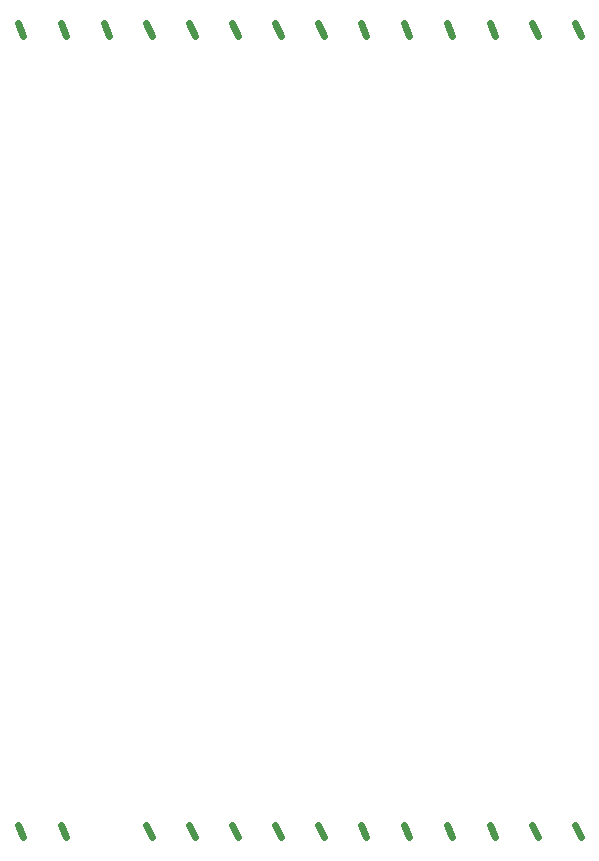
<source format=gbr>
G04 #@! TF.FileFunction,Paste,Bot*
%FSLAX46Y46*%
G04 Gerber Fmt 4.6, Leading zero omitted, Abs format (unit mm)*
G04 Created by KiCad (PCBNEW 4.0.7) date Thu Apr 26 00:57:05 2018*
%MOMM*%
%LPD*%
G01*
G04 APERTURE LIST*
%ADD10C,0.100000*%
%ADD11C,0.600000*%
G04 APERTURE END LIST*
D10*
D11*
X9067307Y-1665000D02*
X8592307Y-615000D01*
X5430769Y-1665000D02*
X4955769Y-615000D01*
X16323076Y-1665000D02*
X15848076Y-615000D01*
X12692307Y-1665000D02*
X12217307Y-615000D01*
X19953845Y-1665000D02*
X19478845Y-615000D01*
X1800000Y-1665000D02*
X1325000Y-615000D01*
X23584614Y-1665000D02*
X23109614Y-615000D01*
X48999997Y-1665000D02*
X48524997Y-615000D01*
X30846152Y-1665000D02*
X30371152Y-615000D01*
X27215383Y-1665000D02*
X26740383Y-615000D01*
X45369228Y-1665000D02*
X44894228Y-615000D01*
X34476921Y-1665000D02*
X34001921Y-615000D01*
X41738459Y-1665000D02*
X41263459Y-615000D01*
X38107690Y-1665000D02*
X37632690Y-615000D01*
X41738459Y-69490000D02*
X41263459Y-68440000D01*
X48999997Y-69490000D02*
X48524997Y-68440000D01*
X45369228Y-69490000D02*
X44894228Y-68440000D01*
X38107690Y-69490000D02*
X37632690Y-68440000D01*
X1800000Y-69490000D02*
X1325000Y-68440000D01*
X5430769Y-69490000D02*
X4955769Y-68440000D01*
X19953845Y-69490000D02*
X19478845Y-68440000D01*
X16323076Y-69490000D02*
X15848076Y-68440000D01*
X23584614Y-69490000D02*
X23109614Y-68440000D01*
X30846152Y-69490000D02*
X30371152Y-68440000D01*
X34476921Y-69490000D02*
X34001921Y-68440000D01*
X27215383Y-69490000D02*
X26740383Y-68440000D01*
X12692307Y-69490000D02*
X12217307Y-68440000D01*
M02*

</source>
